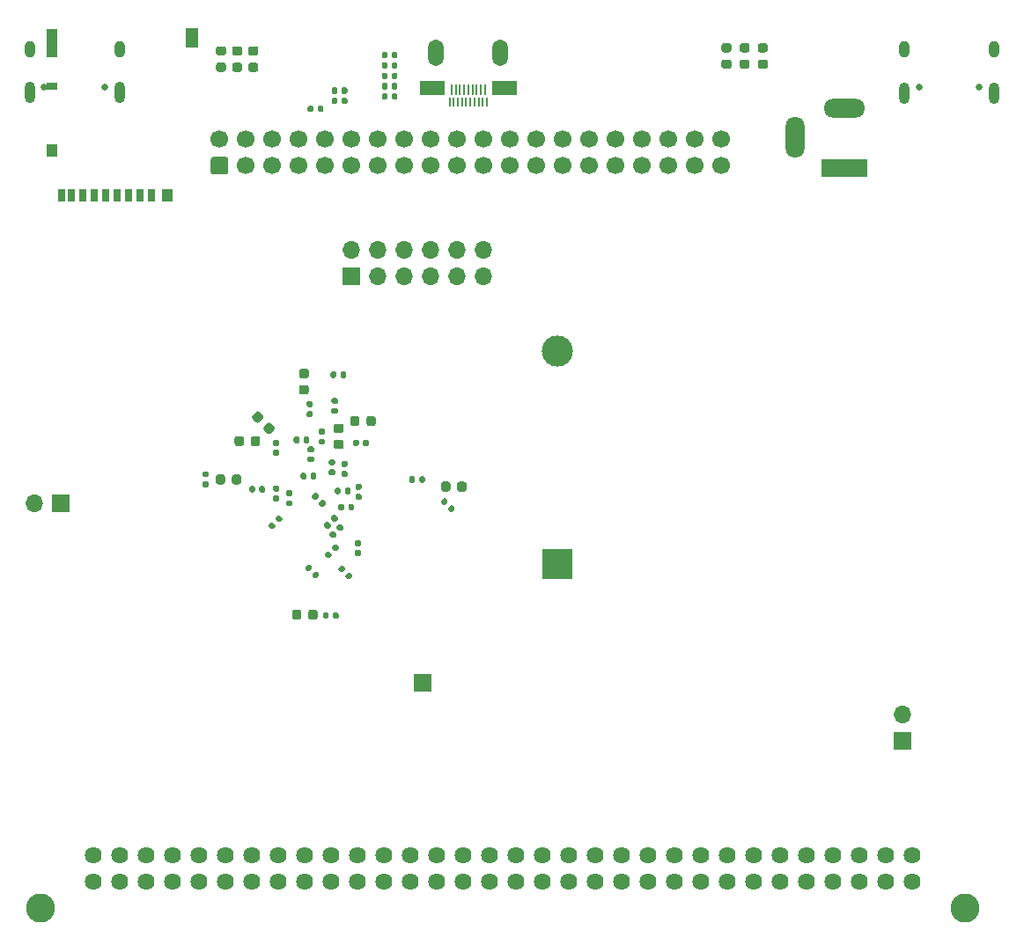
<source format=gbr>
%TF.GenerationSoftware,KiCad,Pcbnew,5.1.10-88a1d61d58~89~ubuntu20.04.1*%
%TF.CreationDate,2021-07-13T22:21:08+02:00*%
%TF.ProjectId,max80,6d617838-302e-46b6-9963-61645f706362,0.01*%
%TF.SameCoordinates,Original*%
%TF.FileFunction,Soldermask,Bot*%
%TF.FilePolarity,Negative*%
%FSLAX46Y46*%
G04 Gerber Fmt 4.6, Leading zero omitted, Abs format (unit mm)*
G04 Created by KiCad (PCBNEW 5.1.10-88a1d61d58~89~ubuntu20.04.1) date 2021-07-13 22:21:08*
%MOMM*%
%LPD*%
G01*
G04 APERTURE LIST*
%ADD10R,0.230000X1.000000*%
%ADD11R,0.230000X0.850000*%
%ADD12R,2.400000X1.380000*%
%ADD13O,1.500000X2.550000*%
%ADD14R,3.000000X3.000000*%
%ADD15C,3.000000*%
%ADD16O,1.700000X1.700000*%
%ADD17R,1.700000X1.700000*%
%ADD18R,1.300000X1.900000*%
%ADD19R,1.000000X2.800000*%
%ADD20R,1.000000X0.800000*%
%ADD21R,1.000000X1.200000*%
%ADD22R,0.700000X1.200000*%
%ADD23C,1.700000*%
%ADD24C,2.794000*%
%ADD25C,1.625600*%
%ADD26C,0.650000*%
%ADD27O,1.000000X2.100000*%
%ADD28O,1.000000X1.600000*%
%ADD29R,4.400000X1.800000*%
%ADD30O,4.000000X1.800000*%
%ADD31O,1.800000X4.000000*%
G04 APERTURE END LIST*
D10*
%TO.C,J5*%
X149995000Y-46940000D03*
X150395000Y-46940000D03*
X150795000Y-46940000D03*
X151195000Y-46940000D03*
X151595000Y-46940000D03*
X151995000Y-46940000D03*
X152395000Y-46940000D03*
X152795000Y-46940000D03*
X153195000Y-46940000D03*
D11*
X149795000Y-48165000D03*
X150195000Y-48165000D03*
X150595000Y-48165000D03*
X150995000Y-48165000D03*
X151395000Y-48165000D03*
X151795000Y-48165000D03*
X152195000Y-48165000D03*
X152595000Y-48165000D03*
X152995000Y-48165000D03*
X153395000Y-48165000D03*
D12*
X155045000Y-46750000D03*
X148145000Y-46750000D03*
D13*
X154695000Y-43390000D03*
X148495000Y-43390000D03*
%TD*%
D14*
%TO.C,BT1*%
X160170000Y-92570000D03*
D15*
X160170000Y-72080000D03*
%TD*%
%TO.C,C44*%
G36*
G01*
X141795000Y-79070000D02*
X141795000Y-78570000D01*
G75*
G02*
X142020000Y-78345000I225000J0D01*
G01*
X142470000Y-78345000D01*
G75*
G02*
X142695000Y-78570000I0J-225000D01*
G01*
X142695000Y-79070000D01*
G75*
G02*
X142470000Y-79295000I-225000J0D01*
G01*
X142020000Y-79295000D01*
G75*
G02*
X141795000Y-79070000I0J225000D01*
G01*
G37*
G36*
G01*
X140245000Y-79070000D02*
X140245000Y-78570000D01*
G75*
G02*
X140470000Y-78345000I225000J0D01*
G01*
X140920000Y-78345000D01*
G75*
G02*
X141145000Y-78570000I0J-225000D01*
G01*
X141145000Y-79070000D01*
G75*
G02*
X140920000Y-79295000I-225000J0D01*
G01*
X140470000Y-79295000D01*
G75*
G02*
X140245000Y-79070000I0J225000D01*
G01*
G37*
%TD*%
D16*
%TO.C,J8*%
X153050000Y-62310000D03*
X153050000Y-64850000D03*
X150510000Y-62310000D03*
X150510000Y-64850000D03*
X147970000Y-62310000D03*
X147970000Y-64850000D03*
X145430000Y-62310000D03*
X145430000Y-64850000D03*
X142890000Y-62310000D03*
X142890000Y-64850000D03*
X140350000Y-62310000D03*
D17*
X140350000Y-64850000D03*
%TD*%
D18*
%TO.C,J3*%
X125035000Y-41965000D03*
D19*
X111535000Y-42415000D03*
D20*
X111535000Y-46565000D03*
D21*
X111535000Y-52765000D03*
X122685000Y-57065000D03*
D22*
X114535000Y-57065000D03*
X115635000Y-57065000D03*
X116735000Y-57065000D03*
X117835000Y-57065000D03*
X118935000Y-57065000D03*
X120035000Y-57065000D03*
X121135000Y-57065000D03*
X113435000Y-57065000D03*
X112485000Y-57065000D03*
%TD*%
%TO.C,C82*%
G36*
G01*
X139010000Y-46860000D02*
X139010000Y-47200000D01*
G75*
G02*
X138870000Y-47340000I-140000J0D01*
G01*
X138590000Y-47340000D01*
G75*
G02*
X138450000Y-47200000I0J140000D01*
G01*
X138450000Y-46860000D01*
G75*
G02*
X138590000Y-46720000I140000J0D01*
G01*
X138870000Y-46720000D01*
G75*
G02*
X139010000Y-46860000I0J-140000D01*
G01*
G37*
G36*
G01*
X139970000Y-46860000D02*
X139970000Y-47200000D01*
G75*
G02*
X139830000Y-47340000I-140000J0D01*
G01*
X139550000Y-47340000D01*
G75*
G02*
X139410000Y-47200000I0J140000D01*
G01*
X139410000Y-46860000D01*
G75*
G02*
X139550000Y-46720000I140000J0D01*
G01*
X139830000Y-46720000D01*
G75*
G02*
X139970000Y-46860000I0J-140000D01*
G01*
G37*
%TD*%
%TO.C,C81*%
G36*
G01*
X136710000Y-48610000D02*
X136710000Y-48950000D01*
G75*
G02*
X136570000Y-49090000I-140000J0D01*
G01*
X136290000Y-49090000D01*
G75*
G02*
X136150000Y-48950000I0J140000D01*
G01*
X136150000Y-48610000D01*
G75*
G02*
X136290000Y-48470000I140000J0D01*
G01*
X136570000Y-48470000D01*
G75*
G02*
X136710000Y-48610000I0J-140000D01*
G01*
G37*
G36*
G01*
X137670000Y-48610000D02*
X137670000Y-48950000D01*
G75*
G02*
X137530000Y-49090000I-140000J0D01*
G01*
X137250000Y-49090000D01*
G75*
G02*
X137110000Y-48950000I0J140000D01*
G01*
X137110000Y-48610000D01*
G75*
G02*
X137250000Y-48470000I140000J0D01*
G01*
X137530000Y-48470000D01*
G75*
G02*
X137670000Y-48610000I0J-140000D01*
G01*
G37*
%TD*%
%TO.C,C80*%
G36*
G01*
X139010000Y-47840000D02*
X139010000Y-48180000D01*
G75*
G02*
X138870000Y-48320000I-140000J0D01*
G01*
X138590000Y-48320000D01*
G75*
G02*
X138450000Y-48180000I0J140000D01*
G01*
X138450000Y-47840000D01*
G75*
G02*
X138590000Y-47700000I140000J0D01*
G01*
X138870000Y-47700000D01*
G75*
G02*
X139010000Y-47840000I0J-140000D01*
G01*
G37*
G36*
G01*
X139970000Y-47840000D02*
X139970000Y-48180000D01*
G75*
G02*
X139830000Y-48320000I-140000J0D01*
G01*
X139550000Y-48320000D01*
G75*
G02*
X139410000Y-48180000I0J140000D01*
G01*
X139410000Y-47840000D01*
G75*
G02*
X139550000Y-47700000I140000J0D01*
G01*
X139830000Y-47700000D01*
G75*
G02*
X139970000Y-47840000I0J-140000D01*
G01*
G37*
%TD*%
%TO.C,C79*%
G36*
G01*
X143830000Y-44440000D02*
X143830000Y-44780000D01*
G75*
G02*
X143690000Y-44920000I-140000J0D01*
G01*
X143410000Y-44920000D01*
G75*
G02*
X143270000Y-44780000I0J140000D01*
G01*
X143270000Y-44440000D01*
G75*
G02*
X143410000Y-44300000I140000J0D01*
G01*
X143690000Y-44300000D01*
G75*
G02*
X143830000Y-44440000I0J-140000D01*
G01*
G37*
G36*
G01*
X144790000Y-44440000D02*
X144790000Y-44780000D01*
G75*
G02*
X144650000Y-44920000I-140000J0D01*
G01*
X144370000Y-44920000D01*
G75*
G02*
X144230000Y-44780000I0J140000D01*
G01*
X144230000Y-44440000D01*
G75*
G02*
X144370000Y-44300000I140000J0D01*
G01*
X144650000Y-44300000D01*
G75*
G02*
X144790000Y-44440000I0J-140000D01*
G01*
G37*
%TD*%
%TO.C,C78*%
G36*
G01*
X143830000Y-43440000D02*
X143830000Y-43780000D01*
G75*
G02*
X143690000Y-43920000I-140000J0D01*
G01*
X143410000Y-43920000D01*
G75*
G02*
X143270000Y-43780000I0J140000D01*
G01*
X143270000Y-43440000D01*
G75*
G02*
X143410000Y-43300000I140000J0D01*
G01*
X143690000Y-43300000D01*
G75*
G02*
X143830000Y-43440000I0J-140000D01*
G01*
G37*
G36*
G01*
X144790000Y-43440000D02*
X144790000Y-43780000D01*
G75*
G02*
X144650000Y-43920000I-140000J0D01*
G01*
X144370000Y-43920000D01*
G75*
G02*
X144230000Y-43780000I0J140000D01*
G01*
X144230000Y-43440000D01*
G75*
G02*
X144370000Y-43300000I140000J0D01*
G01*
X144650000Y-43300000D01*
G75*
G02*
X144790000Y-43440000I0J-140000D01*
G01*
G37*
%TD*%
%TO.C,C77*%
G36*
G01*
X143830000Y-45440000D02*
X143830000Y-45780000D01*
G75*
G02*
X143690000Y-45920000I-140000J0D01*
G01*
X143410000Y-45920000D01*
G75*
G02*
X143270000Y-45780000I0J140000D01*
G01*
X143270000Y-45440000D01*
G75*
G02*
X143410000Y-45300000I140000J0D01*
G01*
X143690000Y-45300000D01*
G75*
G02*
X143830000Y-45440000I0J-140000D01*
G01*
G37*
G36*
G01*
X144790000Y-45440000D02*
X144790000Y-45780000D01*
G75*
G02*
X144650000Y-45920000I-140000J0D01*
G01*
X144370000Y-45920000D01*
G75*
G02*
X144230000Y-45780000I0J140000D01*
G01*
X144230000Y-45440000D01*
G75*
G02*
X144370000Y-45300000I140000J0D01*
G01*
X144650000Y-45300000D01*
G75*
G02*
X144790000Y-45440000I0J-140000D01*
G01*
G37*
%TD*%
%TO.C,C76*%
G36*
G01*
X143830000Y-46430000D02*
X143830000Y-46770000D01*
G75*
G02*
X143690000Y-46910000I-140000J0D01*
G01*
X143410000Y-46910000D01*
G75*
G02*
X143270000Y-46770000I0J140000D01*
G01*
X143270000Y-46430000D01*
G75*
G02*
X143410000Y-46290000I140000J0D01*
G01*
X143690000Y-46290000D01*
G75*
G02*
X143830000Y-46430000I0J-140000D01*
G01*
G37*
G36*
G01*
X144790000Y-46430000D02*
X144790000Y-46770000D01*
G75*
G02*
X144650000Y-46910000I-140000J0D01*
G01*
X144370000Y-46910000D01*
G75*
G02*
X144230000Y-46770000I0J140000D01*
G01*
X144230000Y-46430000D01*
G75*
G02*
X144370000Y-46290000I140000J0D01*
G01*
X144650000Y-46290000D01*
G75*
G02*
X144790000Y-46430000I0J-140000D01*
G01*
G37*
%TD*%
%TO.C,C75*%
G36*
G01*
X143830000Y-47430000D02*
X143830000Y-47770000D01*
G75*
G02*
X143690000Y-47910000I-140000J0D01*
G01*
X143410000Y-47910000D01*
G75*
G02*
X143270000Y-47770000I0J140000D01*
G01*
X143270000Y-47430000D01*
G75*
G02*
X143410000Y-47290000I140000J0D01*
G01*
X143690000Y-47290000D01*
G75*
G02*
X143830000Y-47430000I0J-140000D01*
G01*
G37*
G36*
G01*
X144790000Y-47430000D02*
X144790000Y-47770000D01*
G75*
G02*
X144650000Y-47910000I-140000J0D01*
G01*
X144370000Y-47910000D01*
G75*
G02*
X144230000Y-47770000I0J140000D01*
G01*
X144230000Y-47430000D01*
G75*
G02*
X144370000Y-47290000I140000J0D01*
G01*
X144650000Y-47290000D01*
G75*
G02*
X144790000Y-47430000I0J-140000D01*
G01*
G37*
%TD*%
D17*
%TO.C,J6*%
X147220000Y-104020000D03*
%TD*%
D16*
%TO.C,J7*%
X193320000Y-107080000D03*
D17*
X193320000Y-109620000D03*
%TD*%
%TO.C,C62*%
G36*
G01*
X131836967Y-78573413D02*
X131483413Y-78926967D01*
G75*
G02*
X131165215Y-78926967I-159099J159099D01*
G01*
X130847017Y-78608769D01*
G75*
G02*
X130847017Y-78290571I159099J159099D01*
G01*
X131200571Y-77937017D01*
G75*
G02*
X131518769Y-77937017I159099J-159099D01*
G01*
X131836967Y-78255215D01*
G75*
G02*
X131836967Y-78573413I-159099J-159099D01*
G01*
G37*
G36*
G01*
X132932983Y-79669429D02*
X132579429Y-80022983D01*
G75*
G02*
X132261231Y-80022983I-159099J159099D01*
G01*
X131943033Y-79704785D01*
G75*
G02*
X131943033Y-79386587I159099J159099D01*
G01*
X132296587Y-79033033D01*
G75*
G02*
X132614785Y-79033033I159099J-159099D01*
G01*
X132932983Y-79351231D01*
G75*
G02*
X132932983Y-79669429I-159099J-159099D01*
G01*
G37*
%TD*%
%TO.C,C69*%
G36*
G01*
X135555000Y-97200000D02*
X135555000Y-97700000D01*
G75*
G02*
X135330000Y-97925000I-225000J0D01*
G01*
X134880000Y-97925000D01*
G75*
G02*
X134655000Y-97700000I0J225000D01*
G01*
X134655000Y-97200000D01*
G75*
G02*
X134880000Y-96975000I225000J0D01*
G01*
X135330000Y-96975000D01*
G75*
G02*
X135555000Y-97200000I0J-225000D01*
G01*
G37*
G36*
G01*
X137105000Y-97200000D02*
X137105000Y-97700000D01*
G75*
G02*
X136880000Y-97925000I-225000J0D01*
G01*
X136430000Y-97925000D01*
G75*
G02*
X136205000Y-97700000I0J225000D01*
G01*
X136205000Y-97200000D01*
G75*
G02*
X136430000Y-96975000I225000J0D01*
G01*
X136880000Y-96975000D01*
G75*
G02*
X137105000Y-97200000I0J-225000D01*
G01*
G37*
%TD*%
%TO.C,C68*%
G36*
G01*
X128215000Y-84190000D02*
X128215000Y-84690000D01*
G75*
G02*
X127990000Y-84915000I-225000J0D01*
G01*
X127540000Y-84915000D01*
G75*
G02*
X127315000Y-84690000I0J225000D01*
G01*
X127315000Y-84190000D01*
G75*
G02*
X127540000Y-83965000I225000J0D01*
G01*
X127990000Y-83965000D01*
G75*
G02*
X128215000Y-84190000I0J-225000D01*
G01*
G37*
G36*
G01*
X129765000Y-84190000D02*
X129765000Y-84690000D01*
G75*
G02*
X129540000Y-84915000I-225000J0D01*
G01*
X129090000Y-84915000D01*
G75*
G02*
X128865000Y-84690000I0J225000D01*
G01*
X128865000Y-84190000D01*
G75*
G02*
X129090000Y-83965000I225000J0D01*
G01*
X129540000Y-83965000D01*
G75*
G02*
X129765000Y-84190000I0J-225000D01*
G01*
G37*
%TD*%
%TO.C,C59*%
G36*
G01*
X136040000Y-74705000D02*
X135540000Y-74705000D01*
G75*
G02*
X135315000Y-74480000I0J225000D01*
G01*
X135315000Y-74030000D01*
G75*
G02*
X135540000Y-73805000I225000J0D01*
G01*
X136040000Y-73805000D01*
G75*
G02*
X136265000Y-74030000I0J-225000D01*
G01*
X136265000Y-74480000D01*
G75*
G02*
X136040000Y-74705000I-225000J0D01*
G01*
G37*
G36*
G01*
X136040000Y-76255000D02*
X135540000Y-76255000D01*
G75*
G02*
X135315000Y-76030000I0J225000D01*
G01*
X135315000Y-75580000D01*
G75*
G02*
X135540000Y-75355000I225000J0D01*
G01*
X136040000Y-75355000D01*
G75*
G02*
X136265000Y-75580000I0J-225000D01*
G01*
X136265000Y-76030000D01*
G75*
G02*
X136040000Y-76255000I-225000J0D01*
G01*
G37*
%TD*%
%TO.C,C50*%
G36*
G01*
X139380000Y-79975000D02*
X138880000Y-79975000D01*
G75*
G02*
X138655000Y-79750000I0J225000D01*
G01*
X138655000Y-79300000D01*
G75*
G02*
X138880000Y-79075000I225000J0D01*
G01*
X139380000Y-79075000D01*
G75*
G02*
X139605000Y-79300000I0J-225000D01*
G01*
X139605000Y-79750000D01*
G75*
G02*
X139380000Y-79975000I-225000J0D01*
G01*
G37*
G36*
G01*
X139380000Y-81525000D02*
X138880000Y-81525000D01*
G75*
G02*
X138655000Y-81300000I0J225000D01*
G01*
X138655000Y-80850000D01*
G75*
G02*
X138880000Y-80625000I225000J0D01*
G01*
X139380000Y-80625000D01*
G75*
G02*
X139605000Y-80850000I0J-225000D01*
G01*
X139605000Y-81300000D01*
G75*
G02*
X139380000Y-81525000I-225000J0D01*
G01*
G37*
%TD*%
%TO.C,C25*%
G36*
G01*
X150525000Y-85380000D02*
X150525000Y-84880000D01*
G75*
G02*
X150750000Y-84655000I225000J0D01*
G01*
X151200000Y-84655000D01*
G75*
G02*
X151425000Y-84880000I0J-225000D01*
G01*
X151425000Y-85380000D01*
G75*
G02*
X151200000Y-85605000I-225000J0D01*
G01*
X150750000Y-85605000D01*
G75*
G02*
X150525000Y-85380000I0J225000D01*
G01*
G37*
G36*
G01*
X148975000Y-85380000D02*
X148975000Y-84880000D01*
G75*
G02*
X149200000Y-84655000I225000J0D01*
G01*
X149650000Y-84655000D01*
G75*
G02*
X149875000Y-84880000I0J-225000D01*
G01*
X149875000Y-85380000D01*
G75*
G02*
X149650000Y-85605000I-225000J0D01*
G01*
X149200000Y-85605000D01*
G75*
G02*
X148975000Y-85380000I0J225000D01*
G01*
G37*
%TD*%
%TO.C,C16*%
G36*
G01*
X130025000Y-80500000D02*
X130025000Y-81000000D01*
G75*
G02*
X129800000Y-81225000I-225000J0D01*
G01*
X129350000Y-81225000D01*
G75*
G02*
X129125000Y-81000000I0J225000D01*
G01*
X129125000Y-80500000D01*
G75*
G02*
X129350000Y-80275000I225000J0D01*
G01*
X129800000Y-80275000D01*
G75*
G02*
X130025000Y-80500000I0J-225000D01*
G01*
G37*
G36*
G01*
X131575000Y-80500000D02*
X131575000Y-81000000D01*
G75*
G02*
X131350000Y-81225000I-225000J0D01*
G01*
X130900000Y-81225000D01*
G75*
G02*
X130675000Y-81000000I0J225000D01*
G01*
X130675000Y-80500000D01*
G75*
G02*
X130900000Y-80275000I225000J0D01*
G01*
X131350000Y-80275000D01*
G75*
G02*
X131575000Y-80500000I0J-225000D01*
G01*
G37*
%TD*%
%TO.C,C28*%
G36*
G01*
X138207782Y-91361802D02*
X138448198Y-91602218D01*
G75*
G02*
X138448198Y-91800208I-98995J-98995D01*
G01*
X138250208Y-91998198D01*
G75*
G02*
X138052218Y-91998198I-98995J98995D01*
G01*
X137811802Y-91757782D01*
G75*
G02*
X137811802Y-91559792I98995J98995D01*
G01*
X138009792Y-91361802D01*
G75*
G02*
X138207782Y-91361802I98995J-98995D01*
G01*
G37*
G36*
G01*
X138886604Y-90682980D02*
X139127020Y-90923396D01*
G75*
G02*
X139127020Y-91121386I-98995J-98995D01*
G01*
X138929030Y-91319376D01*
G75*
G02*
X138731040Y-91319376I-98995J98995D01*
G01*
X138490624Y-91078960D01*
G75*
G02*
X138490624Y-90880970I98995J98995D01*
G01*
X138688614Y-90682980D01*
G75*
G02*
X138886604Y-90682980I98995J-98995D01*
G01*
G37*
%TD*%
%TO.C,C43*%
G36*
G01*
X133290000Y-85600000D02*
X132950000Y-85600000D01*
G75*
G02*
X132810000Y-85460000I0J140000D01*
G01*
X132810000Y-85180000D01*
G75*
G02*
X132950000Y-85040000I140000J0D01*
G01*
X133290000Y-85040000D01*
G75*
G02*
X133430000Y-85180000I0J-140000D01*
G01*
X133430000Y-85460000D01*
G75*
G02*
X133290000Y-85600000I-140000J0D01*
G01*
G37*
G36*
G01*
X133290000Y-86560000D02*
X132950000Y-86560000D01*
G75*
G02*
X132810000Y-86420000I0J140000D01*
G01*
X132810000Y-86140000D01*
G75*
G02*
X132950000Y-86000000I140000J0D01*
G01*
X133290000Y-86000000D01*
G75*
G02*
X133430000Y-86140000I0J-140000D01*
G01*
X133430000Y-86420000D01*
G75*
G02*
X133290000Y-86560000I-140000J0D01*
G01*
G37*
%TD*%
%TO.C,C42*%
G36*
G01*
X141220000Y-85430000D02*
X140880000Y-85430000D01*
G75*
G02*
X140740000Y-85290000I0J140000D01*
G01*
X140740000Y-85010000D01*
G75*
G02*
X140880000Y-84870000I140000J0D01*
G01*
X141220000Y-84870000D01*
G75*
G02*
X141360000Y-85010000I0J-140000D01*
G01*
X141360000Y-85290000D01*
G75*
G02*
X141220000Y-85430000I-140000J0D01*
G01*
G37*
G36*
G01*
X141220000Y-86390000D02*
X140880000Y-86390000D01*
G75*
G02*
X140740000Y-86250000I0J140000D01*
G01*
X140740000Y-85970000D01*
G75*
G02*
X140880000Y-85830000I140000J0D01*
G01*
X141220000Y-85830000D01*
G75*
G02*
X141360000Y-85970000I0J-140000D01*
G01*
X141360000Y-86250000D01*
G75*
G02*
X141220000Y-86390000I-140000J0D01*
G01*
G37*
%TD*%
%TO.C,C41*%
G36*
G01*
X139191629Y-89388787D02*
X138951213Y-89148371D01*
G75*
G02*
X138951213Y-88950381I98995J98995D01*
G01*
X139149203Y-88752391D01*
G75*
G02*
X139347193Y-88752391I98995J-98995D01*
G01*
X139587609Y-88992807D01*
G75*
G02*
X139587609Y-89190797I-98995J-98995D01*
G01*
X139389619Y-89388787D01*
G75*
G02*
X139191629Y-89388787I-98995J98995D01*
G01*
G37*
G36*
G01*
X138512807Y-90067609D02*
X138272391Y-89827193D01*
G75*
G02*
X138272391Y-89629203I98995J98995D01*
G01*
X138470381Y-89431213D01*
G75*
G02*
X138668371Y-89431213I98995J-98995D01*
G01*
X138908787Y-89671629D01*
G75*
G02*
X138908787Y-89869619I-98995J-98995D01*
G01*
X138710797Y-90067609D01*
G75*
G02*
X138512807Y-90067609I-98995J98995D01*
G01*
G37*
%TD*%
%TO.C,C32*%
G36*
G01*
X137690000Y-80120000D02*
X137350000Y-80120000D01*
G75*
G02*
X137210000Y-79980000I0J140000D01*
G01*
X137210000Y-79700000D01*
G75*
G02*
X137350000Y-79560000I140000J0D01*
G01*
X137690000Y-79560000D01*
G75*
G02*
X137830000Y-79700000I0J-140000D01*
G01*
X137830000Y-79980000D01*
G75*
G02*
X137690000Y-80120000I-140000J0D01*
G01*
G37*
G36*
G01*
X137690000Y-81080000D02*
X137350000Y-81080000D01*
G75*
G02*
X137210000Y-80940000I0J140000D01*
G01*
X137210000Y-80660000D01*
G75*
G02*
X137350000Y-80520000I140000J0D01*
G01*
X137690000Y-80520000D01*
G75*
G02*
X137830000Y-80660000I0J-140000D01*
G01*
X137830000Y-80940000D01*
G75*
G02*
X137690000Y-81080000I-140000J0D01*
G01*
G37*
%TD*%
%TO.C,C31*%
G36*
G01*
X141150000Y-90850000D02*
X140810000Y-90850000D01*
G75*
G02*
X140670000Y-90710000I0J140000D01*
G01*
X140670000Y-90430000D01*
G75*
G02*
X140810000Y-90290000I140000J0D01*
G01*
X141150000Y-90290000D01*
G75*
G02*
X141290000Y-90430000I0J-140000D01*
G01*
X141290000Y-90710000D01*
G75*
G02*
X141150000Y-90850000I-140000J0D01*
G01*
G37*
G36*
G01*
X141150000Y-91810000D02*
X140810000Y-91810000D01*
G75*
G02*
X140670000Y-91670000I0J140000D01*
G01*
X140670000Y-91390000D01*
G75*
G02*
X140810000Y-91250000I140000J0D01*
G01*
X141150000Y-91250000D01*
G75*
G02*
X141290000Y-91390000I0J-140000D01*
G01*
X141290000Y-91670000D01*
G75*
G02*
X141150000Y-91810000I-140000J0D01*
G01*
G37*
%TD*%
%TO.C,C30*%
G36*
G01*
X138570000Y-97710000D02*
X138570000Y-97370000D01*
G75*
G02*
X138710000Y-97230000I140000J0D01*
G01*
X138990000Y-97230000D01*
G75*
G02*
X139130000Y-97370000I0J-140000D01*
G01*
X139130000Y-97710000D01*
G75*
G02*
X138990000Y-97850000I-140000J0D01*
G01*
X138710000Y-97850000D01*
G75*
G02*
X138570000Y-97710000I0J140000D01*
G01*
G37*
G36*
G01*
X137610000Y-97710000D02*
X137610000Y-97370000D01*
G75*
G02*
X137750000Y-97230000I140000J0D01*
G01*
X138030000Y-97230000D01*
G75*
G02*
X138170000Y-97370000I0J-140000D01*
G01*
X138170000Y-97710000D01*
G75*
G02*
X138030000Y-97850000I-140000J0D01*
G01*
X137750000Y-97850000D01*
G75*
G02*
X137610000Y-97710000I0J140000D01*
G01*
G37*
%TD*%
%TO.C,C29*%
G36*
G01*
X139787487Y-93647903D02*
X140027903Y-93407487D01*
G75*
G02*
X140225893Y-93407487I98995J-98995D01*
G01*
X140423883Y-93605477D01*
G75*
G02*
X140423883Y-93803467I-98995J-98995D01*
G01*
X140183467Y-94043883D01*
G75*
G02*
X139985477Y-94043883I-98995J98995D01*
G01*
X139787487Y-93845893D01*
G75*
G02*
X139787487Y-93647903I98995J98995D01*
G01*
G37*
G36*
G01*
X139108665Y-92969081D02*
X139349081Y-92728665D01*
G75*
G02*
X139547071Y-92728665I98995J-98995D01*
G01*
X139745061Y-92926655D01*
G75*
G02*
X139745061Y-93124645I-98995J-98995D01*
G01*
X139504645Y-93365061D01*
G75*
G02*
X139306655Y-93365061I-98995J98995D01*
G01*
X139108665Y-93167071D01*
G75*
G02*
X139108665Y-92969081I98995J98995D01*
G01*
G37*
%TD*%
%TO.C,C27*%
G36*
G01*
X133317903Y-88542513D02*
X133077487Y-88302097D01*
G75*
G02*
X133077487Y-88104107I98995J98995D01*
G01*
X133275477Y-87906117D01*
G75*
G02*
X133473467Y-87906117I98995J-98995D01*
G01*
X133713883Y-88146533D01*
G75*
G02*
X133713883Y-88344523I-98995J-98995D01*
G01*
X133515893Y-88542513D01*
G75*
G02*
X133317903Y-88542513I-98995J98995D01*
G01*
G37*
G36*
G01*
X132639081Y-89221335D02*
X132398665Y-88980919D01*
G75*
G02*
X132398665Y-88782929I98995J98995D01*
G01*
X132596655Y-88584939D01*
G75*
G02*
X132794645Y-88584939I98995J-98995D01*
G01*
X133035061Y-88825355D01*
G75*
G02*
X133035061Y-89023345I-98995J-98995D01*
G01*
X132837071Y-89221335D01*
G75*
G02*
X132639081Y-89221335I-98995J98995D01*
G01*
G37*
%TD*%
%TO.C,C26*%
G36*
G01*
X136568787Y-93028371D02*
X136328371Y-93268787D01*
G75*
G02*
X136130381Y-93268787I-98995J98995D01*
G01*
X135932391Y-93070797D01*
G75*
G02*
X135932391Y-92872807I98995J98995D01*
G01*
X136172807Y-92632391D01*
G75*
G02*
X136370797Y-92632391I98995J-98995D01*
G01*
X136568787Y-92830381D01*
G75*
G02*
X136568787Y-93028371I-98995J-98995D01*
G01*
G37*
G36*
G01*
X137247609Y-93707193D02*
X137007193Y-93947609D01*
G75*
G02*
X136809203Y-93947609I-98995J98995D01*
G01*
X136611213Y-93749619D01*
G75*
G02*
X136611213Y-93551629I98995J98995D01*
G01*
X136851629Y-93311213D01*
G75*
G02*
X137049619Y-93311213I98995J-98995D01*
G01*
X137247609Y-93509203D01*
G75*
G02*
X137247609Y-93707193I-98995J-98995D01*
G01*
G37*
%TD*%
%TO.C,C24*%
G36*
G01*
X146880000Y-84610000D02*
X146880000Y-84270000D01*
G75*
G02*
X147020000Y-84130000I140000J0D01*
G01*
X147300000Y-84130000D01*
G75*
G02*
X147440000Y-84270000I0J-140000D01*
G01*
X147440000Y-84610000D01*
G75*
G02*
X147300000Y-84750000I-140000J0D01*
G01*
X147020000Y-84750000D01*
G75*
G02*
X146880000Y-84610000I0J140000D01*
G01*
G37*
G36*
G01*
X145920000Y-84610000D02*
X145920000Y-84270000D01*
G75*
G02*
X146060000Y-84130000I140000J0D01*
G01*
X146340000Y-84130000D01*
G75*
G02*
X146480000Y-84270000I0J-140000D01*
G01*
X146480000Y-84610000D01*
G75*
G02*
X146340000Y-84750000I-140000J0D01*
G01*
X146060000Y-84750000D01*
G75*
G02*
X145920000Y-84610000I0J140000D01*
G01*
G37*
%TD*%
%TO.C,C23*%
G36*
G01*
X134210000Y-86450000D02*
X134550000Y-86450000D01*
G75*
G02*
X134690000Y-86590000I0J-140000D01*
G01*
X134690000Y-86870000D01*
G75*
G02*
X134550000Y-87010000I-140000J0D01*
G01*
X134210000Y-87010000D01*
G75*
G02*
X134070000Y-86870000I0J140000D01*
G01*
X134070000Y-86590000D01*
G75*
G02*
X134210000Y-86450000I140000J0D01*
G01*
G37*
G36*
G01*
X134210000Y-85490000D02*
X134550000Y-85490000D01*
G75*
G02*
X134690000Y-85630000I0J-140000D01*
G01*
X134690000Y-85910000D01*
G75*
G02*
X134550000Y-86050000I-140000J0D01*
G01*
X134210000Y-86050000D01*
G75*
G02*
X134070000Y-85910000I0J140000D01*
G01*
X134070000Y-85630000D01*
G75*
G02*
X134210000Y-85490000I140000J0D01*
G01*
G37*
%TD*%
%TO.C,C22*%
G36*
G01*
X141070000Y-80750000D02*
X141070000Y-81090000D01*
G75*
G02*
X140930000Y-81230000I-140000J0D01*
G01*
X140650000Y-81230000D01*
G75*
G02*
X140510000Y-81090000I0J140000D01*
G01*
X140510000Y-80750000D01*
G75*
G02*
X140650000Y-80610000I140000J0D01*
G01*
X140930000Y-80610000D01*
G75*
G02*
X141070000Y-80750000I0J-140000D01*
G01*
G37*
G36*
G01*
X142030000Y-80750000D02*
X142030000Y-81090000D01*
G75*
G02*
X141890000Y-81230000I-140000J0D01*
G01*
X141610000Y-81230000D01*
G75*
G02*
X141470000Y-81090000I0J140000D01*
G01*
X141470000Y-80750000D01*
G75*
G02*
X141610000Y-80610000I140000J0D01*
G01*
X141890000Y-80610000D01*
G75*
G02*
X142030000Y-80750000I0J-140000D01*
G01*
G37*
%TD*%
%TO.C,C21*%
G36*
G01*
X149651213Y-87181629D02*
X149891629Y-86941213D01*
G75*
G02*
X150089619Y-86941213I98995J-98995D01*
G01*
X150287609Y-87139203D01*
G75*
G02*
X150287609Y-87337193I-98995J-98995D01*
G01*
X150047193Y-87577609D01*
G75*
G02*
X149849203Y-87577609I-98995J98995D01*
G01*
X149651213Y-87379619D01*
G75*
G02*
X149651213Y-87181629I98995J98995D01*
G01*
G37*
G36*
G01*
X148972391Y-86502807D02*
X149212807Y-86262391D01*
G75*
G02*
X149410797Y-86262391I98995J-98995D01*
G01*
X149608787Y-86460381D01*
G75*
G02*
X149608787Y-86658371I-98995J-98995D01*
G01*
X149368371Y-86898787D01*
G75*
G02*
X149170381Y-86898787I-98995J98995D01*
G01*
X148972391Y-86700797D01*
G75*
G02*
X148972391Y-86502807I98995J98995D01*
G01*
G37*
%TD*%
%TO.C,C20*%
G36*
G01*
X138671629Y-88488787D02*
X138431213Y-88248371D01*
G75*
G02*
X138431213Y-88050381I98995J98995D01*
G01*
X138629203Y-87852391D01*
G75*
G02*
X138827193Y-87852391I98995J-98995D01*
G01*
X139067609Y-88092807D01*
G75*
G02*
X139067609Y-88290797I-98995J-98995D01*
G01*
X138869619Y-88488787D01*
G75*
G02*
X138671629Y-88488787I-98995J98995D01*
G01*
G37*
G36*
G01*
X137992807Y-89167609D02*
X137752391Y-88927193D01*
G75*
G02*
X137752391Y-88729203I98995J98995D01*
G01*
X137950381Y-88531213D01*
G75*
G02*
X138148371Y-88531213I98995J-98995D01*
G01*
X138388787Y-88771629D01*
G75*
G02*
X138388787Y-88969619I-98995J-98995D01*
G01*
X138190797Y-89167609D01*
G75*
G02*
X137992807Y-89167609I-98995J98995D01*
G01*
G37*
%TD*%
%TO.C,C19*%
G36*
G01*
X136430000Y-84290000D02*
X136430000Y-83950000D01*
G75*
G02*
X136570000Y-83810000I140000J0D01*
G01*
X136850000Y-83810000D01*
G75*
G02*
X136990000Y-83950000I0J-140000D01*
G01*
X136990000Y-84290000D01*
G75*
G02*
X136850000Y-84430000I-140000J0D01*
G01*
X136570000Y-84430000D01*
G75*
G02*
X136430000Y-84290000I0J140000D01*
G01*
G37*
G36*
G01*
X135470000Y-84290000D02*
X135470000Y-83950000D01*
G75*
G02*
X135610000Y-83810000I140000J0D01*
G01*
X135890000Y-83810000D01*
G75*
G02*
X136030000Y-83950000I0J-140000D01*
G01*
X136030000Y-84290000D01*
G75*
G02*
X135890000Y-84430000I-140000J0D01*
G01*
X135610000Y-84430000D01*
G75*
G02*
X135470000Y-84290000I0J140000D01*
G01*
G37*
%TD*%
%TO.C,C18*%
G36*
G01*
X137251213Y-86671629D02*
X137491629Y-86431213D01*
G75*
G02*
X137689619Y-86431213I98995J-98995D01*
G01*
X137887609Y-86629203D01*
G75*
G02*
X137887609Y-86827193I-98995J-98995D01*
G01*
X137647193Y-87067609D01*
G75*
G02*
X137449203Y-87067609I-98995J98995D01*
G01*
X137251213Y-86869619D01*
G75*
G02*
X137251213Y-86671629I98995J98995D01*
G01*
G37*
G36*
G01*
X136572391Y-85992807D02*
X136812807Y-85752391D01*
G75*
G02*
X137010797Y-85752391I98995J-98995D01*
G01*
X137208787Y-85950381D01*
G75*
G02*
X137208787Y-86148371I-98995J-98995D01*
G01*
X136968371Y-86388787D01*
G75*
G02*
X136770381Y-86388787I-98995J98995D01*
G01*
X136572391Y-86190797D01*
G75*
G02*
X136572391Y-85992807I98995J98995D01*
G01*
G37*
%TD*%
%TO.C,C17*%
G36*
G01*
X139320000Y-85370000D02*
X139320000Y-85710000D01*
G75*
G02*
X139180000Y-85850000I-140000J0D01*
G01*
X138900000Y-85850000D01*
G75*
G02*
X138760000Y-85710000I0J140000D01*
G01*
X138760000Y-85370000D01*
G75*
G02*
X138900000Y-85230000I140000J0D01*
G01*
X139180000Y-85230000D01*
G75*
G02*
X139320000Y-85370000I0J-140000D01*
G01*
G37*
G36*
G01*
X140280000Y-85370000D02*
X140280000Y-85710000D01*
G75*
G02*
X140140000Y-85850000I-140000J0D01*
G01*
X139860000Y-85850000D01*
G75*
G02*
X139720000Y-85710000I0J140000D01*
G01*
X139720000Y-85370000D01*
G75*
G02*
X139860000Y-85230000I140000J0D01*
G01*
X140140000Y-85230000D01*
G75*
G02*
X140280000Y-85370000I0J-140000D01*
G01*
G37*
%TD*%
%TO.C,C15*%
G36*
G01*
X135760000Y-80810000D02*
X135760000Y-80470000D01*
G75*
G02*
X135900000Y-80330000I140000J0D01*
G01*
X136180000Y-80330000D01*
G75*
G02*
X136320000Y-80470000I0J-140000D01*
G01*
X136320000Y-80810000D01*
G75*
G02*
X136180000Y-80950000I-140000J0D01*
G01*
X135900000Y-80950000D01*
G75*
G02*
X135760000Y-80810000I0J140000D01*
G01*
G37*
G36*
G01*
X134800000Y-80810000D02*
X134800000Y-80470000D01*
G75*
G02*
X134940000Y-80330000I140000J0D01*
G01*
X135220000Y-80330000D01*
G75*
G02*
X135360000Y-80470000I0J-140000D01*
G01*
X135360000Y-80810000D01*
G75*
G02*
X135220000Y-80950000I-140000J0D01*
G01*
X134940000Y-80950000D01*
G75*
G02*
X134800000Y-80810000I0J140000D01*
G01*
G37*
%TD*%
%TO.C,C14*%
G36*
G01*
X138920000Y-77170000D02*
X138580000Y-77170000D01*
G75*
G02*
X138440000Y-77030000I0J140000D01*
G01*
X138440000Y-76750000D01*
G75*
G02*
X138580000Y-76610000I140000J0D01*
G01*
X138920000Y-76610000D01*
G75*
G02*
X139060000Y-76750000I0J-140000D01*
G01*
X139060000Y-77030000D01*
G75*
G02*
X138920000Y-77170000I-140000J0D01*
G01*
G37*
G36*
G01*
X138920000Y-78130000D02*
X138580000Y-78130000D01*
G75*
G02*
X138440000Y-77990000I0J140000D01*
G01*
X138440000Y-77710000D01*
G75*
G02*
X138580000Y-77570000I140000J0D01*
G01*
X138920000Y-77570000D01*
G75*
G02*
X139060000Y-77710000I0J-140000D01*
G01*
X139060000Y-77990000D01*
G75*
G02*
X138920000Y-78130000I-140000J0D01*
G01*
G37*
%TD*%
%TO.C,C13*%
G36*
G01*
X126510000Y-84220000D02*
X126170000Y-84220000D01*
G75*
G02*
X126030000Y-84080000I0J140000D01*
G01*
X126030000Y-83800000D01*
G75*
G02*
X126170000Y-83660000I140000J0D01*
G01*
X126510000Y-83660000D01*
G75*
G02*
X126650000Y-83800000I0J-140000D01*
G01*
X126650000Y-84080000D01*
G75*
G02*
X126510000Y-84220000I-140000J0D01*
G01*
G37*
G36*
G01*
X126510000Y-85180000D02*
X126170000Y-85180000D01*
G75*
G02*
X126030000Y-85040000I0J140000D01*
G01*
X126030000Y-84760000D01*
G75*
G02*
X126170000Y-84620000I140000J0D01*
G01*
X126510000Y-84620000D01*
G75*
G02*
X126650000Y-84760000I0J-140000D01*
G01*
X126650000Y-85040000D01*
G75*
G02*
X126510000Y-85180000I-140000J0D01*
G01*
G37*
%TD*%
%TO.C,C12*%
G36*
G01*
X136630000Y-81830000D02*
X136290000Y-81830000D01*
G75*
G02*
X136150000Y-81690000I0J140000D01*
G01*
X136150000Y-81410000D01*
G75*
G02*
X136290000Y-81270000I140000J0D01*
G01*
X136630000Y-81270000D01*
G75*
G02*
X136770000Y-81410000I0J-140000D01*
G01*
X136770000Y-81690000D01*
G75*
G02*
X136630000Y-81830000I-140000J0D01*
G01*
G37*
G36*
G01*
X136630000Y-82790000D02*
X136290000Y-82790000D01*
G75*
G02*
X136150000Y-82650000I0J140000D01*
G01*
X136150000Y-82370000D01*
G75*
G02*
X136290000Y-82230000I140000J0D01*
G01*
X136630000Y-82230000D01*
G75*
G02*
X136770000Y-82370000I0J-140000D01*
G01*
X136770000Y-82650000D01*
G75*
G02*
X136630000Y-82790000I-140000J0D01*
G01*
G37*
%TD*%
%TO.C,C11*%
G36*
G01*
X139310000Y-74540000D02*
X139310000Y-74200000D01*
G75*
G02*
X139450000Y-74060000I140000J0D01*
G01*
X139730000Y-74060000D01*
G75*
G02*
X139870000Y-74200000I0J-140000D01*
G01*
X139870000Y-74540000D01*
G75*
G02*
X139730000Y-74680000I-140000J0D01*
G01*
X139450000Y-74680000D01*
G75*
G02*
X139310000Y-74540000I0J140000D01*
G01*
G37*
G36*
G01*
X138350000Y-74540000D02*
X138350000Y-74200000D01*
G75*
G02*
X138490000Y-74060000I140000J0D01*
G01*
X138770000Y-74060000D01*
G75*
G02*
X138910000Y-74200000I0J-140000D01*
G01*
X138910000Y-74540000D01*
G75*
G02*
X138770000Y-74680000I-140000J0D01*
G01*
X138490000Y-74680000D01*
G75*
G02*
X138350000Y-74540000I0J140000D01*
G01*
G37*
%TD*%
%TO.C,C10*%
G36*
G01*
X131500000Y-85560000D02*
X131500000Y-85220000D01*
G75*
G02*
X131640000Y-85080000I140000J0D01*
G01*
X131920000Y-85080000D01*
G75*
G02*
X132060000Y-85220000I0J-140000D01*
G01*
X132060000Y-85560000D01*
G75*
G02*
X131920000Y-85700000I-140000J0D01*
G01*
X131640000Y-85700000D01*
G75*
G02*
X131500000Y-85560000I0J140000D01*
G01*
G37*
G36*
G01*
X130540000Y-85560000D02*
X130540000Y-85220000D01*
G75*
G02*
X130680000Y-85080000I140000J0D01*
G01*
X130960000Y-85080000D01*
G75*
G02*
X131100000Y-85220000I0J-140000D01*
G01*
X131100000Y-85560000D01*
G75*
G02*
X130960000Y-85700000I-140000J0D01*
G01*
X130680000Y-85700000D01*
G75*
G02*
X130540000Y-85560000I0J140000D01*
G01*
G37*
%TD*%
%TO.C,C9*%
G36*
G01*
X136520000Y-77480000D02*
X136180000Y-77480000D01*
G75*
G02*
X136040000Y-77340000I0J140000D01*
G01*
X136040000Y-77060000D01*
G75*
G02*
X136180000Y-76920000I140000J0D01*
G01*
X136520000Y-76920000D01*
G75*
G02*
X136660000Y-77060000I0J-140000D01*
G01*
X136660000Y-77340000D01*
G75*
G02*
X136520000Y-77480000I-140000J0D01*
G01*
G37*
G36*
G01*
X136520000Y-78440000D02*
X136180000Y-78440000D01*
G75*
G02*
X136040000Y-78300000I0J140000D01*
G01*
X136040000Y-78020000D01*
G75*
G02*
X136180000Y-77880000I140000J0D01*
G01*
X136520000Y-77880000D01*
G75*
G02*
X136660000Y-78020000I0J-140000D01*
G01*
X136660000Y-78300000D01*
G75*
G02*
X136520000Y-78440000I-140000J0D01*
G01*
G37*
%TD*%
%TO.C,C8*%
G36*
G01*
X133290000Y-81200000D02*
X132950000Y-81200000D01*
G75*
G02*
X132810000Y-81060000I0J140000D01*
G01*
X132810000Y-80780000D01*
G75*
G02*
X132950000Y-80640000I140000J0D01*
G01*
X133290000Y-80640000D01*
G75*
G02*
X133430000Y-80780000I0J-140000D01*
G01*
X133430000Y-81060000D01*
G75*
G02*
X133290000Y-81200000I-140000J0D01*
G01*
G37*
G36*
G01*
X133290000Y-82160000D02*
X132950000Y-82160000D01*
G75*
G02*
X132810000Y-82020000I0J140000D01*
G01*
X132810000Y-81740000D01*
G75*
G02*
X132950000Y-81600000I140000J0D01*
G01*
X133290000Y-81600000D01*
G75*
G02*
X133430000Y-81740000I0J-140000D01*
G01*
X133430000Y-82020000D01*
G75*
G02*
X133290000Y-82160000I-140000J0D01*
G01*
G37*
%TD*%
%TO.C,C1*%
G36*
G01*
X139660000Y-86930000D02*
X139660000Y-87270000D01*
G75*
G02*
X139520000Y-87410000I-140000J0D01*
G01*
X139240000Y-87410000D01*
G75*
G02*
X139100000Y-87270000I0J140000D01*
G01*
X139100000Y-86930000D01*
G75*
G02*
X139240000Y-86790000I140000J0D01*
G01*
X139520000Y-86790000D01*
G75*
G02*
X139660000Y-86930000I0J-140000D01*
G01*
G37*
G36*
G01*
X140620000Y-86930000D02*
X140620000Y-87270000D01*
G75*
G02*
X140480000Y-87410000I-140000J0D01*
G01*
X140200000Y-87410000D01*
G75*
G02*
X140060000Y-87270000I0J140000D01*
G01*
X140060000Y-86930000D01*
G75*
G02*
X140200000Y-86790000I140000J0D01*
G01*
X140480000Y-86790000D01*
G75*
G02*
X140620000Y-86930000I0J-140000D01*
G01*
G37*
%TD*%
%TO.C,C66*%
G36*
G01*
X138320000Y-83470000D02*
X138660000Y-83470000D01*
G75*
G02*
X138800000Y-83610000I0J-140000D01*
G01*
X138800000Y-83890000D01*
G75*
G02*
X138660000Y-84030000I-140000J0D01*
G01*
X138320000Y-84030000D01*
G75*
G02*
X138180000Y-83890000I0J140000D01*
G01*
X138180000Y-83610000D01*
G75*
G02*
X138320000Y-83470000I140000J0D01*
G01*
G37*
G36*
G01*
X138320000Y-82510000D02*
X138660000Y-82510000D01*
G75*
G02*
X138800000Y-82650000I0J-140000D01*
G01*
X138800000Y-82930000D01*
G75*
G02*
X138660000Y-83070000I-140000J0D01*
G01*
X138320000Y-83070000D01*
G75*
G02*
X138180000Y-82930000I0J140000D01*
G01*
X138180000Y-82650000D01*
G75*
G02*
X138320000Y-82510000I140000J0D01*
G01*
G37*
%TD*%
%TO.C,C63*%
G36*
G01*
X139860000Y-83240000D02*
X139520000Y-83240000D01*
G75*
G02*
X139380000Y-83100000I0J140000D01*
G01*
X139380000Y-82820000D01*
G75*
G02*
X139520000Y-82680000I140000J0D01*
G01*
X139860000Y-82680000D01*
G75*
G02*
X140000000Y-82820000I0J-140000D01*
G01*
X140000000Y-83100000D01*
G75*
G02*
X139860000Y-83240000I-140000J0D01*
G01*
G37*
G36*
G01*
X139860000Y-84200000D02*
X139520000Y-84200000D01*
G75*
G02*
X139380000Y-84060000I0J140000D01*
G01*
X139380000Y-83780000D01*
G75*
G02*
X139520000Y-83640000I140000J0D01*
G01*
X139860000Y-83640000D01*
G75*
G02*
X140000000Y-83780000I0J-140000D01*
G01*
X140000000Y-84060000D01*
G75*
G02*
X139860000Y-84200000I-140000J0D01*
G01*
G37*
%TD*%
D23*
%TO.C,J4*%
X175931100Y-51703600D03*
X173391100Y-51703600D03*
X170851100Y-51703600D03*
X168311100Y-51703600D03*
X165771100Y-51703600D03*
X163231100Y-51703600D03*
X160691100Y-51703600D03*
X158151100Y-51703600D03*
X155611100Y-51703600D03*
X153071100Y-51703600D03*
X150531100Y-51703600D03*
X147991100Y-51703600D03*
X145451100Y-51703600D03*
X142911100Y-51703600D03*
X140371100Y-51703600D03*
X137831100Y-51703600D03*
X135291100Y-51703600D03*
X132751100Y-51703600D03*
X130211100Y-51703600D03*
X127671100Y-51703600D03*
X175931100Y-54243600D03*
X173391100Y-54243600D03*
X170851100Y-54243600D03*
X168311100Y-54243600D03*
X165771100Y-54243600D03*
X163231100Y-54243600D03*
X160691100Y-54243600D03*
X158151100Y-54243600D03*
X155611100Y-54243600D03*
X153071100Y-54243600D03*
X150531100Y-54243600D03*
X147991100Y-54243600D03*
X145451100Y-54243600D03*
X142911100Y-54243600D03*
X140371100Y-54243600D03*
X137831100Y-54243600D03*
X135291100Y-54243600D03*
X132751100Y-54243600D03*
X130211100Y-54243600D03*
G36*
G01*
X128271100Y-55093600D02*
X127071100Y-55093600D01*
G75*
G02*
X126821100Y-54843600I0J250000D01*
G01*
X126821100Y-53643600D01*
G75*
G02*
X127071100Y-53393600I250000J0D01*
G01*
X128271100Y-53393600D01*
G75*
G02*
X128521100Y-53643600I0J-250000D01*
G01*
X128521100Y-54843600D01*
G75*
G02*
X128271100Y-55093600I-250000J0D01*
G01*
G37*
%TD*%
D16*
%TO.C,J1*%
X109905000Y-86695000D03*
D17*
X112445000Y-86695000D03*
%TD*%
D24*
%TO.C,X1*%
X110421100Y-125673600D03*
X199321100Y-125673600D03*
D25*
X115501100Y-120593600D03*
X118041100Y-120593600D03*
X120581100Y-120593600D03*
X123121100Y-120593600D03*
X125661100Y-120593600D03*
X128201100Y-120593600D03*
X130741100Y-120593600D03*
X133281100Y-120593600D03*
X135821100Y-120593600D03*
X138361100Y-120593600D03*
X140901100Y-120593600D03*
X143441100Y-120593600D03*
X145981100Y-120593600D03*
X148521100Y-120593600D03*
X151061100Y-120593600D03*
X153601100Y-120593600D03*
X156141100Y-120593600D03*
X158681100Y-120593600D03*
X161221100Y-120593600D03*
X163761100Y-120593600D03*
X166301100Y-120593600D03*
X168841100Y-120593600D03*
X171381100Y-120593600D03*
X173921100Y-120593600D03*
X176461100Y-120593600D03*
X179001100Y-120593600D03*
X181541100Y-120593600D03*
X184081100Y-120593600D03*
X186621100Y-120593600D03*
X189161100Y-120593600D03*
X191701100Y-120593600D03*
X194241100Y-120593600D03*
X115501100Y-123133600D03*
X118041100Y-123133600D03*
X120581100Y-123133600D03*
X123121100Y-123133600D03*
X125661100Y-123133600D03*
X128201100Y-123133600D03*
X130741100Y-123133600D03*
X133281100Y-123133600D03*
X135821100Y-123133600D03*
X138361100Y-123133600D03*
X140901100Y-123133600D03*
X143441100Y-123133600D03*
X145981100Y-123133600D03*
X148521100Y-123133600D03*
X151061100Y-123133600D03*
X153601100Y-123133600D03*
X156141100Y-123133600D03*
X158681100Y-123133600D03*
X161221100Y-123133600D03*
X163761100Y-123133600D03*
X166301100Y-123133600D03*
X168841100Y-123133600D03*
X171381100Y-123133600D03*
X173921100Y-123133600D03*
X176461100Y-123133600D03*
X179001100Y-123133600D03*
X181541100Y-123133600D03*
X184081100Y-123133600D03*
X186621100Y-123133600D03*
X189161100Y-123133600D03*
X191701100Y-123133600D03*
X194241100Y-123133600D03*
%TD*%
D26*
%TO.C,USB2*%
X194971100Y-46723600D03*
X200751100Y-46723600D03*
D27*
X202181100Y-47253600D03*
X193541100Y-47253600D03*
D28*
X202181100Y-43073600D03*
X193541100Y-43073600D03*
%TD*%
D26*
%TO.C,USB1*%
X110841100Y-46703600D03*
X116621100Y-46703600D03*
D27*
X118051100Y-47233600D03*
X109411100Y-47233600D03*
D28*
X118051100Y-43053600D03*
X109411100Y-43053600D03*
%TD*%
D29*
%TO.C,J2*%
X187796100Y-54493600D03*
D30*
X187796100Y-48693600D03*
D31*
X182996100Y-51493600D03*
%TD*%
%TO.C,D23*%
G36*
G01*
X130663750Y-44340000D02*
X131176250Y-44340000D01*
G75*
G02*
X131395000Y-44558750I0J-218750D01*
G01*
X131395000Y-44996250D01*
G75*
G02*
X131176250Y-45215000I-218750J0D01*
G01*
X130663750Y-45215000D01*
G75*
G02*
X130445000Y-44996250I0J218750D01*
G01*
X130445000Y-44558750D01*
G75*
G02*
X130663750Y-44340000I218750J0D01*
G01*
G37*
G36*
G01*
X130663750Y-42765000D02*
X131176250Y-42765000D01*
G75*
G02*
X131395000Y-42983750I0J-218750D01*
G01*
X131395000Y-43421250D01*
G75*
G02*
X131176250Y-43640000I-218750J0D01*
G01*
X130663750Y-43640000D01*
G75*
G02*
X130445000Y-43421250I0J218750D01*
G01*
X130445000Y-42983750D01*
G75*
G02*
X130663750Y-42765000I218750J0D01*
G01*
G37*
%TD*%
%TO.C,D22*%
G36*
G01*
X129113750Y-44340000D02*
X129626250Y-44340000D01*
G75*
G02*
X129845000Y-44558750I0J-218750D01*
G01*
X129845000Y-44996250D01*
G75*
G02*
X129626250Y-45215000I-218750J0D01*
G01*
X129113750Y-45215000D01*
G75*
G02*
X128895000Y-44996250I0J218750D01*
G01*
X128895000Y-44558750D01*
G75*
G02*
X129113750Y-44340000I218750J0D01*
G01*
G37*
G36*
G01*
X129113750Y-42765000D02*
X129626250Y-42765000D01*
G75*
G02*
X129845000Y-42983750I0J-218750D01*
G01*
X129845000Y-43421250D01*
G75*
G02*
X129626250Y-43640000I-218750J0D01*
G01*
X129113750Y-43640000D01*
G75*
G02*
X128895000Y-43421250I0J218750D01*
G01*
X128895000Y-42983750D01*
G75*
G02*
X129113750Y-42765000I218750J0D01*
G01*
G37*
%TD*%
%TO.C,D17*%
G36*
G01*
X127563750Y-44340000D02*
X128076250Y-44340000D01*
G75*
G02*
X128295000Y-44558750I0J-218750D01*
G01*
X128295000Y-44996250D01*
G75*
G02*
X128076250Y-45215000I-218750J0D01*
G01*
X127563750Y-45215000D01*
G75*
G02*
X127345000Y-44996250I0J218750D01*
G01*
X127345000Y-44558750D01*
G75*
G02*
X127563750Y-44340000I218750J0D01*
G01*
G37*
G36*
G01*
X127563750Y-42765000D02*
X128076250Y-42765000D01*
G75*
G02*
X128295000Y-42983750I0J-218750D01*
G01*
X128295000Y-43421250D01*
G75*
G02*
X128076250Y-43640000I-218750J0D01*
G01*
X127563750Y-43640000D01*
G75*
G02*
X127345000Y-43421250I0J218750D01*
G01*
X127345000Y-42983750D01*
G75*
G02*
X127563750Y-42765000I218750J0D01*
G01*
G37*
%TD*%
%TO.C,D3*%
G36*
G01*
X176677350Y-43343600D02*
X176164850Y-43343600D01*
G75*
G02*
X175946100Y-43124850I0J218750D01*
G01*
X175946100Y-42687350D01*
G75*
G02*
X176164850Y-42468600I218750J0D01*
G01*
X176677350Y-42468600D01*
G75*
G02*
X176896100Y-42687350I0J-218750D01*
G01*
X176896100Y-43124850D01*
G75*
G02*
X176677350Y-43343600I-218750J0D01*
G01*
G37*
G36*
G01*
X176677350Y-44918600D02*
X176164850Y-44918600D01*
G75*
G02*
X175946100Y-44699850I0J218750D01*
G01*
X175946100Y-44262350D01*
G75*
G02*
X176164850Y-44043600I218750J0D01*
G01*
X176677350Y-44043600D01*
G75*
G02*
X176896100Y-44262350I0J-218750D01*
G01*
X176896100Y-44699850D01*
G75*
G02*
X176677350Y-44918600I-218750J0D01*
G01*
G37*
%TD*%
%TO.C,D2*%
G36*
G01*
X178427350Y-43343600D02*
X177914850Y-43343600D01*
G75*
G02*
X177696100Y-43124850I0J218750D01*
G01*
X177696100Y-42687350D01*
G75*
G02*
X177914850Y-42468600I218750J0D01*
G01*
X178427350Y-42468600D01*
G75*
G02*
X178646100Y-42687350I0J-218750D01*
G01*
X178646100Y-43124850D01*
G75*
G02*
X178427350Y-43343600I-218750J0D01*
G01*
G37*
G36*
G01*
X178427350Y-44918600D02*
X177914850Y-44918600D01*
G75*
G02*
X177696100Y-44699850I0J218750D01*
G01*
X177696100Y-44262350D01*
G75*
G02*
X177914850Y-44043600I218750J0D01*
G01*
X178427350Y-44043600D01*
G75*
G02*
X178646100Y-44262350I0J-218750D01*
G01*
X178646100Y-44699850D01*
G75*
G02*
X178427350Y-44918600I-218750J0D01*
G01*
G37*
%TD*%
%TO.C,D1*%
G36*
G01*
X180177350Y-43343600D02*
X179664850Y-43343600D01*
G75*
G02*
X179446100Y-43124850I0J218750D01*
G01*
X179446100Y-42687350D01*
G75*
G02*
X179664850Y-42468600I218750J0D01*
G01*
X180177350Y-42468600D01*
G75*
G02*
X180396100Y-42687350I0J-218750D01*
G01*
X180396100Y-43124850D01*
G75*
G02*
X180177350Y-43343600I-218750J0D01*
G01*
G37*
G36*
G01*
X180177350Y-44918600D02*
X179664850Y-44918600D01*
G75*
G02*
X179446100Y-44699850I0J218750D01*
G01*
X179446100Y-44262350D01*
G75*
G02*
X179664850Y-44043600I218750J0D01*
G01*
X180177350Y-44043600D01*
G75*
G02*
X180396100Y-44262350I0J-218750D01*
G01*
X180396100Y-44699850D01*
G75*
G02*
X180177350Y-44918600I-218750J0D01*
G01*
G37*
%TD*%
M02*

</source>
